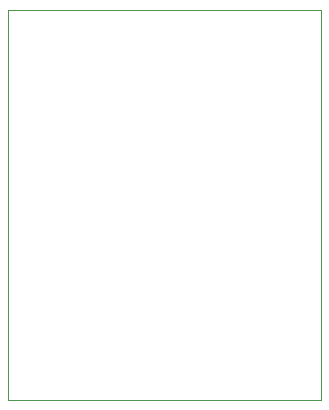
<source format=gbr>
G04 #@! TF.GenerationSoftware,KiCad,Pcbnew,5.1.5-1.fc31*
G04 #@! TF.CreationDate,2020-04-10T18:01:58-07:00*
G04 #@! TF.ProjectId,AdapterBoard,41646170-7465-4724-926f-6172642e6b69,rev?*
G04 #@! TF.SameCoordinates,Original*
G04 #@! TF.FileFunction,Profile,NP*
%FSLAX46Y46*%
G04 Gerber Fmt 4.6, Leading zero omitted, Abs format (unit mm)*
G04 Created by KiCad (PCBNEW 5.1.5-1.fc31) date 2020-04-10 18:01:58*
%MOMM*%
%LPD*%
G04 APERTURE LIST*
%ADD10C,0.050000*%
G04 APERTURE END LIST*
D10*
X159500000Y-69500000D02*
X159500000Y-80500000D01*
X133000000Y-69500000D02*
X133000000Y-80500000D01*
X133000000Y-69500000D02*
X133000000Y-47500000D01*
X159500000Y-80500000D02*
X133000000Y-80500000D01*
X159500000Y-47500000D02*
X159500000Y-69500000D01*
X133000000Y-47500000D02*
X159500000Y-47500000D01*
M02*

</source>
